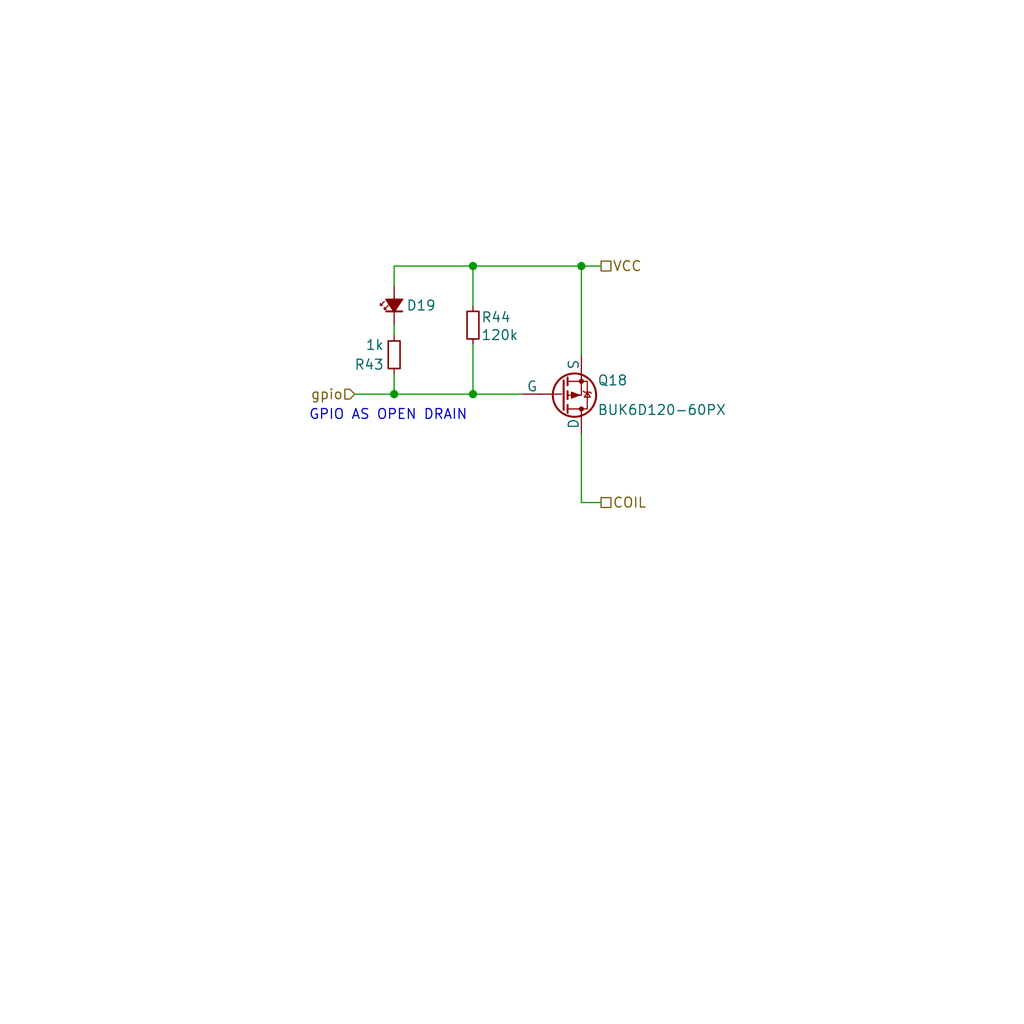
<source format=kicad_sch>
(kicad_sch (version 20231120) (generator "eeschema") (generator_version "8.0")
  (paper "User" 132 132)
  (title_block (title "Row driver") (date "2024-07-28") (rev "0.1") (comment 1 "Jonas Stirnemann"))
  (lib_symbols
    (symbol "Device:LED_Small_Filled" (pin_numbers hide) (pin_names (offset 0.254) hide)
      (property "Reference" "D" (at -1.27 3.175 0))
      (property "Value" "LED_Small_Filled" (at -4.445 -2.54 0))
      (symbol "LED_Small_Filled_0_1"
        (polyline (pts (xy -0.762 -1.016) (xy -0.762 1.016)) (stroke (width 0.254)))
        (polyline (pts (xy 1.016 0) (xy -0.762 0)))
        (polyline (pts (xy 0.762 -1.016) (xy -0.762 0) (xy 0.762 1.016) (xy 0.762 -1.016)) (stroke (width 0.254)) (fill (type outline)))
        (polyline (pts (xy 0 0.762) (xy -0.508 1.27) (xy -0.254 1.27) (xy -0.508 1.27) (xy -0.508 1.016)))
        (polyline (pts (xy 0.508 1.27) (xy 0 1.778) (xy 0.254 1.778) (xy 0 1.778) (xy 0 1.524)))
      )
      (symbol "LED_Small_Filled_1_1"
        (pin passive line (at -2.54 0 0) (length 1.778) (name "K") (number "1"))
        (pin passive line (at 2.54 0 180) (length 1.778) (name "A") (number "2"))
      )
    )
    (symbol "Device:R_Small" (pin_numbers hide) (pin_names (offset 0.254) hide)
      (property "Reference" "R" (at 0.762 0.508 0))
      (property "Value" "R_Small" (at 0.762 -1.016 0))
      (symbol "R_Small_0_1"
        (rectangle (start -0.762 1.778) (end 0.762 -1.778) (stroke (width 0.2032)))
      )
      (symbol "R_Small_1_1"
        (pin passive line (at 0 2.54 270) (length 0.762) (name "~") (number "1"))
        (pin passive line (at 0 -2.54 90) (length 0.762) (name "~") (number "2"))
      )
    )
    (symbol "Simulation_SPICE:PMOS" (pin_numbers hide) (pin_names (offset 0))
      (property "Reference" "Q18" (at 6.35 1.2701 0))
      (property "Value" "PMOS" (at 6.35 -1.2699 0))
      (symbol "PMOS_0_1"
        (polyline (pts (xy -1.27 -1.27) (xy -4.064 -1.27)))
        (polyline (pts (xy -1.016 -3.302) (xy -1.016 0.508)) (stroke (width 0.254)))
        (polyline (pts (xy -0.508 -3.683) (xy -0.508 -2.667)) (stroke (width 0.254)))
        (polyline (pts (xy -0.508 -1.905) (xy -0.508 -0.889)) (stroke (width 0.254)))
        (polyline (pts (xy -0.508 -0.127) (xy -0.508 0.889)) (stroke (width 0.254)))
        (polyline (pts (xy 1.27 -3.937) (xy 1.27 -3.175)))
        (polyline (pts (xy 1.27 1.143) (xy 1.27 -1.397) (xy -0.508 -1.397)))
        (polyline (pts (xy -0.508 -3.175) (xy 2.032 -3.175) (xy 2.032 0.381) (xy -0.508 0.381)))
        (polyline (pts (xy 1.016 -1.397) (xy 0 -1.778) (xy 0 -1.016) (xy 1.016 -1.397)) (fill (type outline)))
        (polyline (pts (xy 1.524 -0.889) (xy 1.651 -1.016) (xy 2.413 -1.016) (xy 2.54 -1.143)))
        (polyline (pts (xy 2.032 -1.016) (xy 1.651 -1.651) (xy 2.413 -1.651) (xy 2.032 -1.016)))
        (circle (center 0.381 -1.397) (radius 2.794) (stroke (width 0.254)))
        (circle (center 1.27 -3.175) (radius 0.254) (fill (type outline)))
        (circle (center 1.27 0.381) (radius 0.254) (fill (type outline)))
      )
      (symbol "PMOS_1_0"
        (pin passive line (at 1.27 3.81 270) (length 2.54) (name "S") (number "4"))
        (pin passive line (at 1.27 -6.35 90) (length 2.54) hide (name "D") (number "5"))
        (pin passive line (at 1.27 -6.35 90) (length 2.54) hide (name "D") (number "6"))
        (pin passive line (at 1.27 -6.35 90) (length 2.54) hide (name "D") (number "7"))
        (pin passive line (at 1.27 3.81 270) (length 2.54) hide (name "S") (number "8"))
      )
      (symbol "PMOS_1_1"
        (pin passive line (at 1.27 -6.35 90) (length 2.54) (name "D") (number "1"))
        (pin passive line (at 1.27 -6.35 90) (length 2.54) hide (name "D") (number "2"))
        (pin passive line (at -6.35 -1.27 0) (length 2.54) (name "G") (number "3"))
      )
    )
  )
  (junction (at 50.8 50.8))
  (junction (at 60.96 34.29))
  (junction (at 60.96 50.8))
  (junction (at 74.93 34.29))
  (wire (pts (xy 50.8 34.29) (xy 60.96 34.29)))
  (wire (pts (xy 50.8 43.18) (xy 50.8 41.91)))
  (wire (pts (xy 50.8 50.8) (xy 60.96 50.8)))
  (wire (pts (xy 45.72 50.8) (xy 50.8 50.8)))
  (wire (pts (xy 74.93 34.29) (xy 60.96 34.29)))
  (wire (pts (xy 74.93 55.88) (xy 74.93 64.77)))
  (wire (pts (xy 60.96 50.8) (xy 67.31 50.8)))
  (wire (pts (xy 74.93 34.29) (xy 77.47 34.29)))
  (wire (pts (xy 74.93 34.29) (xy 74.93 45.72)))
  (wire (pts (xy 60.96 34.29) (xy 60.96 39.37)))
  (wire (pts (xy 74.93 64.77) (xy 77.47 64.77)))
  (wire (pts (xy 50.8 48.26) (xy 50.8 50.8)))
  (wire (pts (xy 60.96 44.45) (xy 60.96 50.8)))
  (wire (pts (xy 50.8 36.83) (xy 50.8 34.29)))
  (text "GPIO AS OPEN DRAIN" (at 50.038 53.594 0) (effects (font (size 1.27 1.27))))
  (hierarchical_label "VCC" (shape passive) (at 77.47 34.29 0))
  (hierarchical_label "COIL" (shape passive) (at 77.47 64.77 0))
  (hierarchical_label "gpio" (shape input) (at 45.72 50.8 180))
  (symbol (lib_id "Device:R_Small") (at 60.96 41.91 0) (unit 1)
    (property "Reference" "R44" (at 61.976 40.894 0) (effects (justify left)))
    (property "Value" "120k" (at 61.976 43.18 0) (effects (justify left)))
    (property "Footprint" "Resistor_SMD:R_1206_3216Metric" (effects (hide yes)))
    (property "Description" "Resistor, small symbol" (effects (hide yes)))
    (property "MFR" "RCV1206120KFKEA " (effects (hide yes)))
    (property "MOUSER" " 71-RCV1206120KFKEA " (effects (hide yes)))
    (instances (project "magtrix" (path "" (reference "R44") (unit 1)) (path "" (reference "R58") (unit 1)) (path "" (reference "R62") (unit 1)) (path "" (reference "R60") (unit 1)) (path "" (reference "R68") (unit 1)) (path "" (reference "R64") (unit 1)) (path "" (reference "R50") (unit 1)) (path "" (reference "R56") (unit 1)) (path "" (reference "R48") (unit 1)) (path "" (reference "R70") (unit 1)) (path "" (reference "R72") (unit 1)) (path "" (reference "R42") (unit 1)) (path "" (reference "R66") (unit 1)) (path "" (reference "R54") (unit 1)) (path "" (reference "R52") (unit 1)) (path "" (reference "R46") (unit 1))))
  )
  (symbol (lib_id "Simulation_SPICE:PMOS") (at 73.66 49.53 0) (unit 1)
    (property "Reference" "Q18" (at 76.962 49.022 0) (effects (justify left)))
    (property "Value" "BUK6D120-60PX" (at 76.962 52.832 0) (effects (justify left)))
    (property "Footprint" "TRANSISTOR_PMOS:BUK6D12060PX" (effects (hide yes)))
    (property "Datasheet" "https://ngspice.sourceforge.io/docs/ngspice-html-manual/manual.xhtml#cha_MOSFETs" (effects (hide yes)))
    (property "Description" "P-MOSFET transistor, drain/source/gate" (effects (hide yes)))
    (property "Sim.Device" "PMOS" (effects (hide yes)))
    (property "Sim.Type" "VDMOS" (effects (hide yes)))
    (property "Sim.Pins" "1=D 2=G 3=S" (effects (hide yes)))
    (property "MFR" "BUK6D120-60PX " (effects (hide yes)))
    (property "MOUSER" "771-BUK6D120-60PX " (effects (hide yes)))
    (instances (project "magtrix" (path "" (reference "Q18") (unit 1)) (path "" (reference "Q25") (unit 1)) (path "" (reference "Q27") (unit 1)) (path "" (reference "Q26") (unit 1)) (path "" (reference "Q30") (unit 1)) (path "" (reference "Q28") (unit 1)) (path "" (reference "Q21") (unit 1)) (path "" (reference "Q24") (unit 1)) (path "" (reference "Q20") (unit 1)) (path "" (reference "Q31") (unit 1)) (path "" (reference "Q32") (unit 1)) (path "" (reference "Q17") (unit 1)) (path "" (reference "Q29") (unit 1)) (path "" (reference "Q23") (unit 1)) (path "" (reference "Q22") (unit 1)) (path "" (reference "Q19") (unit 1))))
  )
  (symbol (lib_id "Device:LED_Small_Filled") (at 50.8 39.37 90) (unit 1)
    (property "Reference" "D19" (at 52.324 39.37 90) (effects (justify right)))
    (property "Value" "LED_Small_Filled" (effects (hide yes)))
    (property "Footprint" "LED_SMD:LED_1206_3216Metric" (effects (hide yes)))
    (property "Description" "Light emitting diode, small symbol, filled shape" (effects (hide yes)))
    (property "MOUSER" " 645-599-0210-007F " (effects (hide yes)))
    (property "MFR" "599-0210-007F" (effects (hide yes)))
    (instances (project "magtrix" (path "" (reference "D19") (unit 1)) (path "" (reference "D26") (unit 1)) (path "" (reference "D28") (unit 1)) (path "" (reference "D27") (unit 1)) (path "" (reference "D31") (unit 1)) (path "" (reference "D29") (unit 1)) (path "" (reference "D22") (unit 1)) (path "" (reference "D25") (unit 1)) (path "" (reference "D21") (unit 1)) (path "" (reference "D32") (unit 1)) (path "" (reference "D33") (unit 1)) (path "" (reference "D18") (unit 1)) (path "" (reference "D30") (unit 1)) (path "" (reference "D24") (unit 1)) (path "" (reference "D23") (unit 1)) (path "" (reference "D20") (unit 1))))
  )
  (symbol (lib_id "Device:R_Small") (at 50.8 45.72 180) (unit 1)
    (property "Reference" "R43" (at 49.53 46.99 0) (effects (justify left)))
    (property "Value" "1k" (at 49.53 44.45 0) (effects (justify left)))
    (property "Footprint" "Resistor_SMD:R_1206_3216Metric" (effects (hide yes)))
    (property "Description" "Resistor, small symbol" (effects (hide yes)))
    (property "MFR" " ERJ-S08F1001V " (effects (hide yes)))
    (property "MOUSER" " 667-ERJ-S08F1001V " (effects (hide yes)))
    (instances (project "magtrix" (path "" (reference "R43") (unit 1)) (path "" (reference "R57") (unit 1)) (path "" (reference "R61") (unit 1)) (path "" (reference "R59") (unit 1)) (path "" (reference "R67") (unit 1)) (path "" (reference "R63") (unit 1)) (path "" (reference "R49") (unit 1)) (path "" (reference "R55") (unit 1)) (path "" (reference "R47") (unit 1)) (path "" (reference "R69") (unit 1)) (path "" (reference "R71") (unit 1)) (path "" (reference "R41") (unit 1)) (path "" (reference "R65") (unit 1)) (path "" (reference "R53") (unit 1)) (path "" (reference "R51") (unit 1)) (path "" (reference "R45") (unit 1))))
  )
)
</source>
